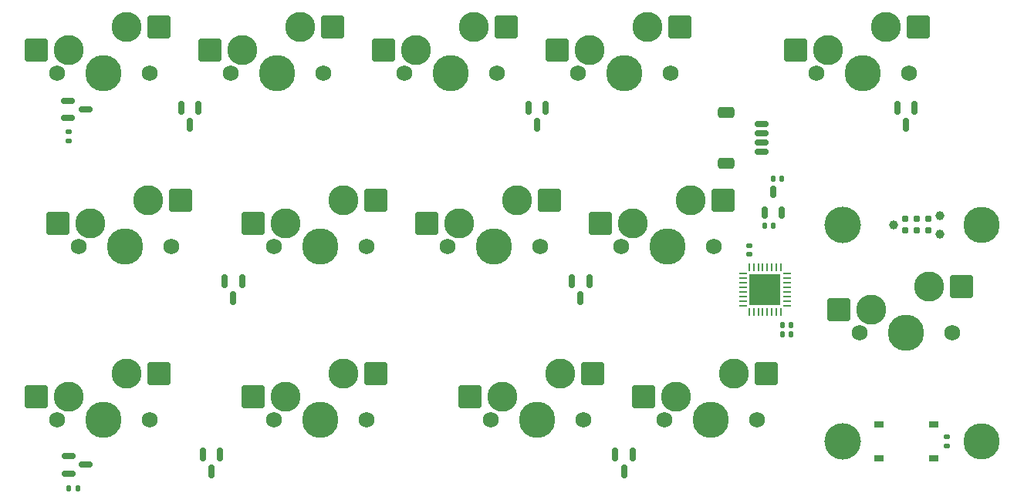
<source format=gbr>
%TF.GenerationSoftware,KiCad,Pcbnew,8.0.1-8.0.1-0~ubuntu23.10.1*%
%TF.CreationDate,2024-04-27T18:00:35-04:00*%
%TF.ProjectId,FunnyNumpad,46756e6e-794e-4756-9d70-61642e6b6963,rev?*%
%TF.SameCoordinates,Original*%
%TF.FileFunction,Soldermask,Bot*%
%TF.FilePolarity,Negative*%
%FSLAX46Y46*%
G04 Gerber Fmt 4.6, Leading zero omitted, Abs format (unit mm)*
G04 Created by KiCad (PCBNEW 8.0.1-8.0.1-0~ubuntu23.10.1) date 2024-04-27 18:00:35*
%MOMM*%
%LPD*%
G01*
G04 APERTURE LIST*
G04 Aperture macros list*
%AMRoundRect*
0 Rectangle with rounded corners*
0 $1 Rounding radius*
0 $2 $3 $4 $5 $6 $7 $8 $9 X,Y pos of 4 corners*
0 Add a 4 corners polygon primitive as box body*
4,1,4,$2,$3,$4,$5,$6,$7,$8,$9,$2,$3,0*
0 Add four circle primitives for the rounded corners*
1,1,$1+$1,$2,$3*
1,1,$1+$1,$4,$5*
1,1,$1+$1,$6,$7*
1,1,$1+$1,$8,$9*
0 Add four rect primitives between the rounded corners*
20,1,$1+$1,$2,$3,$4,$5,0*
20,1,$1+$1,$4,$5,$6,$7,0*
20,1,$1+$1,$6,$7,$8,$9,0*
20,1,$1+$1,$8,$9,$2,$3,0*%
G04 Aperture macros list end*
%ADD10C,4.000000*%
%ADD11C,3.987800*%
%ADD12R,1.000000X0.750000*%
%ADD13RoundRect,0.135000X0.185000X-0.135000X0.185000X0.135000X-0.185000X0.135000X-0.185000X-0.135000X0*%
%ADD14C,3.300000*%
%ADD15RoundRect,0.250000X1.025000X1.000000X-1.025000X1.000000X-1.025000X-1.000000X1.025000X-1.000000X0*%
%ADD16C,1.750000*%
%ADD17RoundRect,0.135000X-0.135000X-0.185000X0.135000X-0.185000X0.135000X0.185000X-0.135000X0.185000X0*%
%ADD18RoundRect,0.150000X0.625000X-0.150000X0.625000X0.150000X-0.625000X0.150000X-0.625000X-0.150000X0*%
%ADD19RoundRect,0.250000X0.650000X-0.350000X0.650000X0.350000X-0.650000X0.350000X-0.650000X-0.350000X0*%
%ADD20RoundRect,0.150000X-0.150000X0.587500X-0.150000X-0.587500X0.150000X-0.587500X0.150000X0.587500X0*%
%ADD21RoundRect,0.140000X-0.140000X-0.170000X0.140000X-0.170000X0.140000X0.170000X-0.140000X0.170000X0*%
%ADD22R,3.450000X3.450000*%
%ADD23RoundRect,0.062500X0.375000X-0.062500X0.375000X0.062500X-0.375000X0.062500X-0.375000X-0.062500X0*%
%ADD24RoundRect,0.062500X0.062500X-0.375000X0.062500X0.375000X-0.062500X0.375000X-0.062500X-0.375000X0*%
%ADD25RoundRect,0.150000X-0.587500X-0.150000X0.587500X-0.150000X0.587500X0.150000X-0.587500X0.150000X0*%
%ADD26RoundRect,0.150000X0.150000X-0.512500X0.150000X0.512500X-0.150000X0.512500X-0.150000X-0.512500X0*%
%ADD27RoundRect,0.140000X0.170000X-0.140000X0.170000X0.140000X-0.170000X0.140000X-0.170000X-0.140000X0*%
%ADD28C,0.787400*%
%ADD29C,0.990600*%
%ADD30RoundRect,0.135000X-0.185000X0.135000X-0.185000X-0.135000X0.185000X-0.135000X0.185000X0.135000X0*%
G04 APERTURE END LIST*
D10*
%TO.C,STAB10*%
X146605625Y-90487500D03*
X146605625Y-114300000D03*
D11*
X161845625Y-90487500D03*
X161845625Y-114300000D03*
%TD*%
D12*
%TO.C,SW101*%
X156590625Y-112425000D03*
X150590625Y-112425000D03*
X156590625Y-116175000D03*
X150590625Y-116175000D03*
%TD*%
D13*
%TO.C,R101*%
X158040000Y-114810000D03*
X158040000Y-113790000D03*
%TD*%
D11*
%TO.C,SW201*%
X65484375Y-73818750D03*
%TD*%
%TO.C,SW202*%
X65484375Y-111918750D03*
%TD*%
D14*
%TO.C,MX12*%
X91836875Y-106838750D03*
D15*
X95386875Y-106838750D03*
X81936875Y-109378750D03*
D14*
X85486875Y-109378750D03*
D16*
X84216875Y-111918750D03*
D11*
X89296875Y-111918750D03*
D16*
X94376875Y-111918750D03*
%TD*%
D14*
%TO.C,MX11*%
X68024375Y-106838750D03*
D15*
X71574375Y-106838750D03*
X58124375Y-109378750D03*
D14*
X61674375Y-109378750D03*
D16*
X60404375Y-111918750D03*
D11*
X65484375Y-111918750D03*
D16*
X70564375Y-111918750D03*
%TD*%
D17*
%TO.C,R202*%
X61680000Y-119440000D03*
X62700000Y-119440000D03*
%TD*%
D18*
%TO.C,J101*%
X137731250Y-82462500D03*
X137731250Y-81462500D03*
X137731250Y-80462500D03*
X137731250Y-79462500D03*
D19*
X133856250Y-83762500D03*
X133856250Y-78162500D03*
%TD*%
D14*
%TO.C,MX3*%
X106124375Y-68738750D03*
D15*
X109674375Y-68738750D03*
X96224375Y-71278750D03*
D14*
X99774375Y-71278750D03*
D16*
X98504375Y-73818750D03*
D11*
X103584375Y-73818750D03*
D16*
X108664375Y-73818750D03*
%TD*%
D20*
%TO.C,D201*%
X74059375Y-77643750D03*
X75959375Y-77643750D03*
X75009375Y-79518750D03*
%TD*%
D21*
%TO.C,C104*%
X139000000Y-85400000D03*
X139960000Y-85400000D03*
%TD*%
D14*
%TO.C,MX10*%
X156130625Y-97313750D03*
D15*
X159680625Y-97313750D03*
X146230625Y-99853750D03*
D14*
X149780625Y-99853750D03*
D16*
X148510625Y-102393750D03*
D11*
X153590625Y-102393750D03*
D16*
X158670625Y-102393750D03*
%TD*%
D14*
%TO.C,MX13*%
X115649375Y-106838750D03*
D15*
X119199375Y-106838750D03*
X105749375Y-109378750D03*
D14*
X109299375Y-109378750D03*
D16*
X108029375Y-111918750D03*
D11*
X113109375Y-111918750D03*
D16*
X118189375Y-111918750D03*
%TD*%
D20*
%TO.C,D206*%
X116921875Y-96693750D03*
X118821875Y-96693750D03*
X117871875Y-98568750D03*
%TD*%
D22*
%TO.C,U102*%
X138112500Y-97631250D03*
D23*
X140550000Y-99381250D03*
X140550000Y-98881250D03*
X140550000Y-98381250D03*
X140550000Y-97881250D03*
X140550000Y-97381250D03*
X140550000Y-96881250D03*
X140550000Y-96381250D03*
X140550000Y-95881250D03*
D24*
X139862500Y-95193750D03*
X139362500Y-95193750D03*
X138862500Y-95193750D03*
X138362500Y-95193750D03*
X137862500Y-95193750D03*
X137362500Y-95193750D03*
X136862500Y-95193750D03*
X136362500Y-95193750D03*
D23*
X135675000Y-95881250D03*
X135675000Y-96381250D03*
X135675000Y-96881250D03*
X135675000Y-97381250D03*
X135675000Y-97881250D03*
X135675000Y-98381250D03*
X135675000Y-98881250D03*
X135675000Y-99381250D03*
D24*
X136362500Y-100068750D03*
X136862500Y-100068750D03*
X137362500Y-100068750D03*
X137862500Y-100068750D03*
X138362500Y-100068750D03*
X138862500Y-100068750D03*
X139362500Y-100068750D03*
X139862500Y-100068750D03*
%TD*%
D14*
%TO.C,MX7*%
X91836875Y-87788750D03*
D15*
X95386875Y-87788750D03*
X81936875Y-90328750D03*
D14*
X85486875Y-90328750D03*
D16*
X84216875Y-92868750D03*
D11*
X89296875Y-92868750D03*
D16*
X94376875Y-92868750D03*
%TD*%
D20*
%TO.C,D207*%
X152640625Y-77643750D03*
X154540625Y-77643750D03*
X153590625Y-79518750D03*
%TD*%
D25*
%TO.C,Q202*%
X61670000Y-117820000D03*
X61670000Y-115920000D03*
X63545000Y-116870000D03*
%TD*%
D21*
%TO.C,C102*%
X140000000Y-102566875D03*
X140960000Y-102566875D03*
%TD*%
D14*
%TO.C,MX9*%
X129936875Y-87788750D03*
D15*
X133486875Y-87788750D03*
X120036875Y-90328750D03*
D14*
X123586875Y-90328750D03*
D16*
X122316875Y-92868750D03*
D11*
X127396875Y-92868750D03*
D16*
X132476875Y-92868750D03*
%TD*%
D20*
%TO.C,D202*%
X112159375Y-77643750D03*
X114059375Y-77643750D03*
X113109375Y-79518750D03*
%TD*%
D26*
%TO.C,U103*%
X139950000Y-89137500D03*
X138050000Y-89137500D03*
X139000000Y-86862500D03*
%TD*%
D27*
%TO.C,C103*%
X136360000Y-93770000D03*
X136360000Y-92810000D03*
%TD*%
D20*
%TO.C,D204*%
X76440625Y-115743750D03*
X78340625Y-115743750D03*
X77390625Y-117618750D03*
%TD*%
D14*
%TO.C,MX1*%
X68024375Y-68738750D03*
D15*
X71574375Y-68738750D03*
X58124375Y-71278750D03*
D14*
X61674375Y-71278750D03*
D16*
X60404375Y-73818750D03*
D11*
X65484375Y-73818750D03*
D16*
X70564375Y-73818750D03*
%TD*%
D14*
%TO.C,MX4*%
X125174375Y-68738750D03*
D15*
X128724375Y-68738750D03*
X115274375Y-71278750D03*
D14*
X118824375Y-71278750D03*
D16*
X117554375Y-73818750D03*
D11*
X122634375Y-73818750D03*
D16*
X127714375Y-73818750D03*
%TD*%
D14*
%TO.C,MX8*%
X110886875Y-87788750D03*
D15*
X114436875Y-87788750D03*
X100986875Y-90328750D03*
D14*
X104536875Y-90328750D03*
D16*
X103266875Y-92868750D03*
D11*
X108346875Y-92868750D03*
D16*
X113426875Y-92868750D03*
%TD*%
D21*
%TO.C,C105*%
X138050000Y-90600000D03*
X139010000Y-90600000D03*
%TD*%
D28*
%TO.C,J102*%
X156051250Y-91122500D03*
X156051250Y-89852500D03*
X154781250Y-91122500D03*
X154781250Y-89852500D03*
X153511250Y-91122500D03*
X153511250Y-89852500D03*
D29*
X157321250Y-91503500D03*
X157321250Y-89471500D03*
X152241250Y-90487500D03*
%TD*%
D30*
%TO.C,R201*%
X61670000Y-80290000D03*
X61670000Y-81310000D03*
%TD*%
D14*
%TO.C,MX6*%
X70405625Y-87788750D03*
D15*
X73955625Y-87788750D03*
X60505625Y-90328750D03*
D14*
X64055625Y-90328750D03*
D16*
X62785625Y-92868750D03*
D11*
X67865625Y-92868750D03*
D16*
X72945625Y-92868750D03*
%TD*%
D14*
%TO.C,MX5*%
X151368125Y-68738750D03*
D15*
X154918125Y-68738750D03*
X141468125Y-71278750D03*
D14*
X145018125Y-71278750D03*
D16*
X143748125Y-73818750D03*
D11*
X148828125Y-73818750D03*
D16*
X153908125Y-73818750D03*
%TD*%
D14*
%TO.C,MX14*%
X134699375Y-106838750D03*
D15*
X138249375Y-106838750D03*
X124799375Y-109378750D03*
D14*
X128349375Y-109378750D03*
D16*
X127079375Y-111918750D03*
D11*
X132159375Y-111918750D03*
D16*
X137239375Y-111918750D03*
%TD*%
D21*
%TO.C,C101*%
X140000000Y-101546875D03*
X140960000Y-101546875D03*
%TD*%
D20*
%TO.C,D203*%
X78821875Y-96693750D03*
X80721875Y-96693750D03*
X79771875Y-98568750D03*
%TD*%
D25*
%TO.C,Q201*%
X61662500Y-78770000D03*
X61662500Y-76870000D03*
X63537500Y-77820000D03*
%TD*%
D20*
%TO.C,D205*%
X121684375Y-115743750D03*
X123584375Y-115743750D03*
X122634375Y-117618750D03*
%TD*%
D14*
%TO.C,MX2*%
X87074375Y-68738750D03*
D15*
X90624375Y-68738750D03*
X77174375Y-71278750D03*
D14*
X80724375Y-71278750D03*
D16*
X79454375Y-73818750D03*
D11*
X84534375Y-73818750D03*
D16*
X89614375Y-73818750D03*
%TD*%
M02*

</source>
